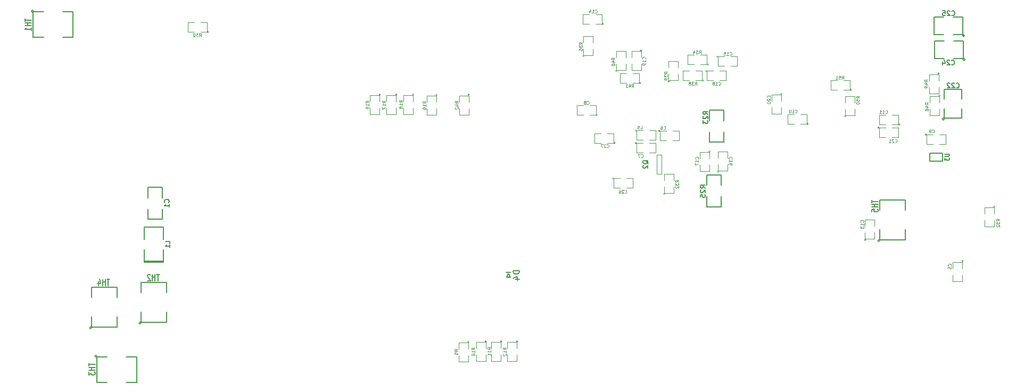
<source format=gbo>
G04 (created by PCBNEW (2013-07-07 BZR 4022)-stable) date 3/22/2014 2:57:10 AM*
%MOIN*%
G04 Gerber Fmt 3.4, Leading zero omitted, Abs format*
%FSLAX34Y34*%
G01*
G70*
G90*
G04 APERTURE LIST*
%ADD10C,0.006*%
%ADD11C,0.0039*%
%ADD12C,0.005*%
%ADD13C,0.0047*%
%ADD14C,0.00590551*%
%ADD15C,0.0043*%
%ADD16C,0.0051*%
G04 APERTURE END LIST*
G54D10*
G54D11*
X67944Y-55635D02*
G75*
G03X67944Y-55635I-50J0D01*
G74*
G01*
X68344Y-55635D02*
X67944Y-55635D01*
X67944Y-55635D02*
X67944Y-56235D01*
X67944Y-56235D02*
X68344Y-56235D01*
X68744Y-56235D02*
X69144Y-56235D01*
X69144Y-56235D02*
X69144Y-55635D01*
X69144Y-55635D02*
X68744Y-55635D01*
X67950Y-56420D02*
G75*
G03X67950Y-56420I-50J0D01*
G74*
G01*
X68350Y-56420D02*
X67950Y-56420D01*
X67950Y-56420D02*
X67950Y-57020D01*
X67950Y-57020D02*
X68350Y-57020D01*
X68750Y-57020D02*
X69150Y-57020D01*
X69150Y-57020D02*
X69150Y-56420D01*
X69150Y-56420D02*
X68750Y-56420D01*
X86100Y-55900D02*
G75*
G03X86100Y-55900I-50J0D01*
G74*
G01*
X86500Y-55900D02*
X86100Y-55900D01*
X86100Y-55900D02*
X86100Y-56500D01*
X86100Y-56500D02*
X86500Y-56500D01*
X86900Y-56500D02*
X87300Y-56500D01*
X87300Y-56500D02*
X87300Y-55900D01*
X87300Y-55900D02*
X86900Y-55900D01*
G54D10*
X86300Y-57050D02*
X87100Y-57050D01*
X87100Y-57050D02*
X87100Y-57550D01*
X87100Y-57550D02*
X86300Y-57550D01*
X86300Y-57550D02*
X86300Y-57050D01*
G54D12*
X72322Y-58418D02*
X73222Y-58418D01*
X73222Y-58418D02*
X73222Y-59068D01*
X72322Y-59768D02*
X72322Y-60418D01*
X72322Y-60418D02*
X73222Y-60418D01*
X73222Y-60418D02*
X73222Y-59768D01*
X72322Y-59068D02*
X72322Y-58418D01*
X72511Y-54363D02*
X73411Y-54363D01*
X73411Y-54363D02*
X73411Y-55013D01*
X72511Y-55713D02*
X72511Y-56363D01*
X72511Y-56363D02*
X73411Y-56363D01*
X73411Y-56363D02*
X73411Y-55713D01*
X72511Y-55013D02*
X72511Y-54363D01*
G54D11*
X65500Y-54670D02*
G75*
G03X65500Y-54670I-50J0D01*
G74*
G01*
X65000Y-54670D02*
X65400Y-54670D01*
X65400Y-54670D02*
X65400Y-54070D01*
X65400Y-54070D02*
X65000Y-54070D01*
X64600Y-54070D02*
X64200Y-54070D01*
X64200Y-54070D02*
X64200Y-54670D01*
X64200Y-54670D02*
X64600Y-54670D01*
X78708Y-55230D02*
G75*
G03X78708Y-55230I-50J0D01*
G74*
G01*
X78208Y-55230D02*
X78608Y-55230D01*
X78608Y-55230D02*
X78608Y-54630D01*
X78608Y-54630D02*
X78208Y-54630D01*
X77808Y-54630D02*
X77408Y-54630D01*
X77408Y-54630D02*
X77408Y-55230D01*
X77408Y-55230D02*
X77808Y-55230D01*
X84430Y-55260D02*
G75*
G03X84430Y-55260I-50J0D01*
G74*
G01*
X83930Y-55260D02*
X84330Y-55260D01*
X84330Y-55260D02*
X84330Y-54660D01*
X84330Y-54660D02*
X83930Y-54660D01*
X83530Y-54660D02*
X83130Y-54660D01*
X83130Y-54660D02*
X83130Y-55260D01*
X83130Y-55260D02*
X83530Y-55260D01*
X69400Y-55651D02*
G75*
G03X69400Y-55651I-50J0D01*
G74*
G01*
X69800Y-55651D02*
X69400Y-55651D01*
X69400Y-55651D02*
X69400Y-56251D01*
X69400Y-56251D02*
X69800Y-56251D01*
X70200Y-56251D02*
X70600Y-56251D01*
X70600Y-56251D02*
X70600Y-55651D01*
X70600Y-55651D02*
X70200Y-55651D01*
G54D13*
X69213Y-57150D02*
X69213Y-58350D01*
X69213Y-58350D02*
X69513Y-58350D01*
X69513Y-58350D02*
X69513Y-57150D01*
X69513Y-57150D02*
X69213Y-57150D01*
G54D12*
X83175Y-62530D02*
G75*
G03X83175Y-62530I-70J0D01*
G74*
G01*
X83155Y-60630D02*
X83155Y-59980D01*
X83155Y-59980D02*
X84755Y-59980D01*
X84755Y-59980D02*
X84755Y-60630D01*
X84755Y-61830D02*
X84755Y-62480D01*
X84755Y-62480D02*
X83155Y-62480D01*
X83155Y-62480D02*
X83155Y-61830D01*
G54D11*
X82295Y-62480D02*
G75*
G03X82295Y-62480I-50J0D01*
G74*
G01*
X82245Y-62030D02*
X82245Y-62430D01*
X82245Y-62430D02*
X82845Y-62430D01*
X82845Y-62430D02*
X82845Y-62030D01*
X82845Y-61630D02*
X82845Y-61230D01*
X82845Y-61230D02*
X82245Y-61230D01*
X82245Y-61230D02*
X82245Y-61630D01*
X69710Y-59600D02*
G75*
G03X69710Y-59600I-50J0D01*
G74*
G01*
X69660Y-59150D02*
X69660Y-59550D01*
X69660Y-59550D02*
X70260Y-59550D01*
X70260Y-59550D02*
X70260Y-59150D01*
X70260Y-58750D02*
X70260Y-58350D01*
X70260Y-58350D02*
X69660Y-58350D01*
X69660Y-58350D02*
X69660Y-58750D01*
G54D12*
X30170Y-48150D02*
G75*
G03X30170Y-48150I-70J0D01*
G74*
G01*
X32000Y-48200D02*
X32650Y-48200D01*
X32650Y-48200D02*
X32650Y-49800D01*
X32650Y-49800D02*
X32000Y-49800D01*
X30800Y-49800D02*
X30150Y-49800D01*
X30150Y-49800D02*
X30150Y-48200D01*
X30150Y-48200D02*
X30800Y-48200D01*
X36920Y-67700D02*
G75*
G03X36920Y-67700I-70J0D01*
G74*
G01*
X36900Y-65800D02*
X36900Y-65150D01*
X36900Y-65150D02*
X38500Y-65150D01*
X38500Y-65150D02*
X38500Y-65800D01*
X38500Y-67000D02*
X38500Y-67650D01*
X38500Y-67650D02*
X36900Y-67650D01*
X36900Y-67650D02*
X36900Y-67000D01*
X34140Y-69760D02*
G75*
G03X34140Y-69760I-70J0D01*
G74*
G01*
X35970Y-69810D02*
X36620Y-69810D01*
X36620Y-69810D02*
X36620Y-71410D01*
X36620Y-71410D02*
X35970Y-71410D01*
X34770Y-71410D02*
X34120Y-71410D01*
X34120Y-71410D02*
X34120Y-69810D01*
X34120Y-69810D02*
X34770Y-69810D01*
X33820Y-68000D02*
G75*
G03X33820Y-68000I-70J0D01*
G74*
G01*
X33800Y-66100D02*
X33800Y-65450D01*
X33800Y-65450D02*
X35400Y-65450D01*
X35400Y-65450D02*
X35400Y-66100D01*
X35400Y-67300D02*
X35400Y-67950D01*
X35400Y-67950D02*
X33800Y-67950D01*
X33800Y-67950D02*
X33800Y-67300D01*
X38300Y-63900D02*
X37100Y-63900D01*
X37100Y-62450D02*
X37100Y-61700D01*
X37100Y-61700D02*
X38300Y-61700D01*
X38300Y-61700D02*
X38300Y-62450D01*
X38300Y-63100D02*
X38300Y-63900D01*
X38300Y-63821D02*
X37100Y-63821D01*
X37100Y-63900D02*
X37100Y-63100D01*
G54D11*
X41130Y-49455D02*
G75*
G03X41130Y-49455I-50J0D01*
G74*
G01*
X40630Y-49455D02*
X41030Y-49455D01*
X41030Y-49455D02*
X41030Y-48855D01*
X41030Y-48855D02*
X40630Y-48855D01*
X40230Y-48855D02*
X39830Y-48855D01*
X39830Y-48855D02*
X39830Y-49455D01*
X39830Y-49455D02*
X40230Y-49455D01*
G54D12*
X38250Y-61200D02*
X37350Y-61200D01*
X37350Y-61200D02*
X37350Y-60550D01*
X38250Y-59850D02*
X38250Y-59200D01*
X38250Y-59200D02*
X37350Y-59200D01*
X37350Y-59200D02*
X37350Y-59850D01*
X38250Y-60550D02*
X38250Y-61200D01*
G54D11*
X73050Y-51000D02*
G75*
G03X73050Y-51000I-50J0D01*
G74*
G01*
X73450Y-51000D02*
X73050Y-51000D01*
X73050Y-51000D02*
X73050Y-51600D01*
X73050Y-51600D02*
X73450Y-51600D01*
X73850Y-51600D02*
X74250Y-51600D01*
X74250Y-51600D02*
X74250Y-51000D01*
X74250Y-51000D02*
X73850Y-51000D01*
X65870Y-48960D02*
G75*
G03X65870Y-48960I-50J0D01*
G74*
G01*
X65370Y-48960D02*
X65770Y-48960D01*
X65770Y-48960D02*
X65770Y-48360D01*
X65770Y-48360D02*
X65370Y-48360D01*
X64970Y-48360D02*
X64570Y-48360D01*
X64570Y-48360D02*
X64570Y-48960D01*
X64570Y-48960D02*
X64970Y-48960D01*
X68270Y-50610D02*
G75*
G03X68270Y-50610I-50J0D01*
G74*
G01*
X68220Y-51060D02*
X68220Y-50660D01*
X68220Y-50660D02*
X67620Y-50660D01*
X67620Y-50660D02*
X67620Y-51060D01*
X67620Y-51460D02*
X67620Y-51860D01*
X67620Y-51860D02*
X68220Y-51860D01*
X68220Y-51860D02*
X68220Y-51460D01*
X73092Y-58210D02*
G75*
G03X73092Y-58210I-50J0D01*
G74*
G01*
X73042Y-57760D02*
X73042Y-58160D01*
X73042Y-58160D02*
X73642Y-58160D01*
X73642Y-58160D02*
X73642Y-57760D01*
X73642Y-57360D02*
X73642Y-56960D01*
X73642Y-56960D02*
X73042Y-56960D01*
X73042Y-56960D02*
X73042Y-57360D01*
X72554Y-56936D02*
G75*
G03X72554Y-56936I-50J0D01*
G74*
G01*
X72504Y-57386D02*
X72504Y-56986D01*
X72504Y-56986D02*
X71904Y-56986D01*
X71904Y-56986D02*
X71904Y-57386D01*
X71904Y-57786D02*
X71904Y-58186D01*
X71904Y-58186D02*
X72504Y-58186D01*
X72504Y-58186D02*
X72504Y-57786D01*
X72350Y-51900D02*
G75*
G03X72350Y-51900I-50J0D01*
G74*
G01*
X72750Y-51900D02*
X72350Y-51900D01*
X72350Y-51900D02*
X72350Y-52500D01*
X72350Y-52500D02*
X72750Y-52500D01*
X73150Y-52500D02*
X73550Y-52500D01*
X73550Y-52500D02*
X73550Y-51900D01*
X73550Y-51900D02*
X73150Y-51900D01*
X86950Y-53450D02*
G75*
G03X86950Y-53450I-50J0D01*
G74*
G01*
X86900Y-53900D02*
X86900Y-53500D01*
X86900Y-53500D02*
X86300Y-53500D01*
X86300Y-53500D02*
X86300Y-53900D01*
X86300Y-54300D02*
X86300Y-54700D01*
X86300Y-54700D02*
X86900Y-54700D01*
X86900Y-54700D02*
X86900Y-54300D01*
X86910Y-52060D02*
G75*
G03X86910Y-52060I-50J0D01*
G74*
G01*
X86860Y-52510D02*
X86860Y-52110D01*
X86860Y-52110D02*
X86260Y-52110D01*
X86260Y-52110D02*
X86260Y-52510D01*
X86260Y-52910D02*
X86260Y-53310D01*
X86260Y-53310D02*
X86860Y-53310D01*
X86860Y-53310D02*
X86860Y-52910D01*
X81400Y-53100D02*
G75*
G03X81400Y-53100I-50J0D01*
G74*
G01*
X80900Y-53100D02*
X81300Y-53100D01*
X81300Y-53100D02*
X81300Y-52500D01*
X81300Y-52500D02*
X80900Y-52500D01*
X80500Y-52500D02*
X80100Y-52500D01*
X80100Y-52500D02*
X80100Y-53100D01*
X80100Y-53100D02*
X80500Y-53100D01*
X81050Y-54750D02*
G75*
G03X81050Y-54750I-50J0D01*
G74*
G01*
X81000Y-54300D02*
X81000Y-54700D01*
X81000Y-54700D02*
X81600Y-54700D01*
X81600Y-54700D02*
X81600Y-54300D01*
X81600Y-53900D02*
X81600Y-53500D01*
X81600Y-53500D02*
X81000Y-53500D01*
X81000Y-53500D02*
X81000Y-53900D01*
X66720Y-51910D02*
G75*
G03X66720Y-51910I-50J0D01*
G74*
G01*
X66670Y-51460D02*
X66670Y-51860D01*
X66670Y-51860D02*
X67270Y-51860D01*
X67270Y-51860D02*
X67270Y-51460D01*
X67270Y-51060D02*
X67270Y-50660D01*
X67270Y-50660D02*
X66670Y-50660D01*
X66670Y-50660D02*
X66670Y-51060D01*
X68200Y-52660D02*
G75*
G03X68200Y-52660I-50J0D01*
G74*
G01*
X67700Y-52660D02*
X68100Y-52660D01*
X68100Y-52660D02*
X68100Y-52060D01*
X68100Y-52060D02*
X67700Y-52060D01*
X67300Y-52060D02*
X66900Y-52060D01*
X66900Y-52060D02*
X66900Y-52660D01*
X66900Y-52660D02*
X67300Y-52660D01*
X70000Y-52550D02*
G75*
G03X70000Y-52550I-50J0D01*
G74*
G01*
X69950Y-52100D02*
X69950Y-52500D01*
X69950Y-52500D02*
X70550Y-52500D01*
X70550Y-52500D02*
X70550Y-52100D01*
X70550Y-51700D02*
X70550Y-51300D01*
X70550Y-51300D02*
X69950Y-51300D01*
X69950Y-51300D02*
X69950Y-51700D01*
X72150Y-52500D02*
G75*
G03X72150Y-52500I-50J0D01*
G74*
G01*
X71650Y-52500D02*
X72050Y-52500D01*
X72050Y-52500D02*
X72050Y-51900D01*
X72050Y-51900D02*
X71650Y-51900D01*
X71250Y-51900D02*
X70850Y-51900D01*
X70850Y-51900D02*
X70850Y-52500D01*
X70850Y-52500D02*
X71250Y-52500D01*
X72450Y-51500D02*
G75*
G03X72450Y-51500I-50J0D01*
G74*
G01*
X71950Y-51500D02*
X72350Y-51500D01*
X72350Y-51500D02*
X72350Y-50900D01*
X72350Y-50900D02*
X71950Y-50900D01*
X71550Y-50900D02*
X71150Y-50900D01*
X71150Y-50900D02*
X71150Y-51500D01*
X71150Y-51500D02*
X71550Y-51500D01*
X64660Y-50970D02*
G75*
G03X64660Y-50970I-50J0D01*
G74*
G01*
X64610Y-50520D02*
X64610Y-50920D01*
X64610Y-50920D02*
X65210Y-50920D01*
X65210Y-50920D02*
X65210Y-50520D01*
X65210Y-50120D02*
X65210Y-49720D01*
X65210Y-49720D02*
X64610Y-49720D01*
X64610Y-49720D02*
X64610Y-50120D01*
G54D14*
X60047Y-64529D02*
X59772Y-64529D01*
X60038Y-64825D02*
X59792Y-64825D01*
X59792Y-64825D02*
X59900Y-64588D01*
X59900Y-64588D02*
X60038Y-64825D01*
X59910Y-64844D02*
X59910Y-64825D01*
G54D11*
X88400Y-63825D02*
G75*
G03X88400Y-63825I-50J0D01*
G74*
G01*
X88350Y-64275D02*
X88350Y-63875D01*
X88350Y-63875D02*
X87750Y-63875D01*
X87750Y-63875D02*
X87750Y-64275D01*
X87750Y-64675D02*
X87750Y-65075D01*
X87750Y-65075D02*
X88350Y-65075D01*
X88350Y-65075D02*
X88350Y-64675D01*
X77050Y-53350D02*
G75*
G03X77050Y-53350I-50J0D01*
G74*
G01*
X77000Y-53800D02*
X77000Y-53400D01*
X77000Y-53400D02*
X76400Y-53400D01*
X76400Y-53400D02*
X76400Y-53800D01*
X76400Y-54200D02*
X76400Y-54600D01*
X76400Y-54600D02*
X77000Y-54600D01*
X77000Y-54600D02*
X77000Y-54200D01*
X83130Y-55460D02*
G75*
G03X83130Y-55460I-50J0D01*
G74*
G01*
X83530Y-55460D02*
X83130Y-55460D01*
X83130Y-55460D02*
X83130Y-56060D01*
X83130Y-56060D02*
X83530Y-56060D01*
X83930Y-56060D02*
X84330Y-56060D01*
X84330Y-56060D02*
X84330Y-55460D01*
X84330Y-55460D02*
X83930Y-55460D01*
X60500Y-68850D02*
G75*
G03X60500Y-68850I-50J0D01*
G74*
G01*
X60450Y-69300D02*
X60450Y-68900D01*
X60450Y-68900D02*
X59850Y-68900D01*
X59850Y-68900D02*
X59850Y-69300D01*
X59850Y-69700D02*
X59850Y-70100D01*
X59850Y-70100D02*
X60450Y-70100D01*
X60450Y-70100D02*
X60450Y-69700D01*
X59500Y-68850D02*
G75*
G03X59500Y-68850I-50J0D01*
G74*
G01*
X59450Y-69300D02*
X59450Y-68900D01*
X59450Y-68900D02*
X58850Y-68900D01*
X58850Y-68900D02*
X58850Y-69300D01*
X58850Y-69700D02*
X58850Y-70100D01*
X58850Y-70100D02*
X59450Y-70100D01*
X59450Y-70100D02*
X59450Y-69700D01*
X58540Y-68850D02*
G75*
G03X58540Y-68850I-50J0D01*
G74*
G01*
X58490Y-69300D02*
X58490Y-68900D01*
X58490Y-68900D02*
X57890Y-68900D01*
X57890Y-68900D02*
X57890Y-69300D01*
X57890Y-69700D02*
X57890Y-70100D01*
X57890Y-70100D02*
X58490Y-70100D01*
X58490Y-70100D02*
X58490Y-69700D01*
X57460Y-68870D02*
G75*
G03X57460Y-68870I-50J0D01*
G74*
G01*
X57410Y-69320D02*
X57410Y-68920D01*
X57410Y-68920D02*
X56810Y-68920D01*
X56810Y-68920D02*
X56810Y-69320D01*
X56810Y-69720D02*
X56810Y-70120D01*
X56810Y-70120D02*
X57410Y-70120D01*
X57410Y-70120D02*
X57410Y-69720D01*
X55460Y-53400D02*
G75*
G03X55460Y-53400I-50J0D01*
G74*
G01*
X55410Y-53850D02*
X55410Y-53450D01*
X55410Y-53450D02*
X54810Y-53450D01*
X54810Y-53450D02*
X54810Y-53850D01*
X54810Y-54250D02*
X54810Y-54650D01*
X54810Y-54650D02*
X55410Y-54650D01*
X55410Y-54650D02*
X55410Y-54250D01*
X52930Y-53380D02*
G75*
G03X52930Y-53380I-50J0D01*
G74*
G01*
X52880Y-53830D02*
X52880Y-53430D01*
X52880Y-53430D02*
X52280Y-53430D01*
X52280Y-53430D02*
X52280Y-53830D01*
X52280Y-54230D02*
X52280Y-54630D01*
X52280Y-54630D02*
X52880Y-54630D01*
X52880Y-54630D02*
X52880Y-54230D01*
X53990Y-53370D02*
G75*
G03X53990Y-53370I-50J0D01*
G74*
G01*
X53940Y-53820D02*
X53940Y-53420D01*
X53940Y-53420D02*
X53340Y-53420D01*
X53340Y-53420D02*
X53340Y-53820D01*
X53340Y-54220D02*
X53340Y-54620D01*
X53340Y-54620D02*
X53940Y-54620D01*
X53940Y-54620D02*
X53940Y-54220D01*
X57470Y-53400D02*
G75*
G03X57470Y-53400I-50J0D01*
G74*
G01*
X57420Y-53850D02*
X57420Y-53450D01*
X57420Y-53450D02*
X56820Y-53450D01*
X56820Y-53450D02*
X56820Y-53850D01*
X56820Y-54250D02*
X56820Y-54650D01*
X56820Y-54650D02*
X57420Y-54650D01*
X57420Y-54650D02*
X57420Y-54250D01*
X51900Y-53380D02*
G75*
G03X51900Y-53380I-50J0D01*
G74*
G01*
X51850Y-53830D02*
X51850Y-53430D01*
X51850Y-53430D02*
X51250Y-53430D01*
X51250Y-53430D02*
X51250Y-53830D01*
X51250Y-54230D02*
X51250Y-54630D01*
X51250Y-54630D02*
X51850Y-54630D01*
X51850Y-54630D02*
X51850Y-54230D01*
X90395Y-60400D02*
G75*
G03X90395Y-60400I-50J0D01*
G74*
G01*
X90345Y-60850D02*
X90345Y-60450D01*
X90345Y-60450D02*
X89745Y-60450D01*
X89745Y-60450D02*
X89745Y-60850D01*
X89745Y-61250D02*
X89745Y-61650D01*
X89745Y-61650D02*
X90345Y-61650D01*
X90345Y-61650D02*
X90345Y-61250D01*
G54D12*
X88490Y-49680D02*
G75*
G03X88490Y-49680I-70J0D01*
G74*
G01*
X87770Y-48530D02*
X88370Y-48530D01*
X88370Y-48530D02*
X88370Y-49630D01*
X88370Y-49630D02*
X87770Y-49630D01*
X87170Y-49630D02*
X86570Y-49630D01*
X86570Y-49630D02*
X86570Y-48530D01*
X86570Y-48530D02*
X87170Y-48530D01*
X88515Y-51180D02*
G75*
G03X88515Y-51180I-70J0D01*
G74*
G01*
X87795Y-50030D02*
X88395Y-50030D01*
X88395Y-50030D02*
X88395Y-51130D01*
X88395Y-51130D02*
X87795Y-51130D01*
X87195Y-51130D02*
X86595Y-51130D01*
X86595Y-51130D02*
X86595Y-50030D01*
X86595Y-50030D02*
X87195Y-50030D01*
X87220Y-54905D02*
G75*
G03X87220Y-54905I-70J0D01*
G74*
G01*
X88300Y-54255D02*
X88300Y-54855D01*
X88300Y-54855D02*
X87200Y-54855D01*
X87200Y-54855D02*
X87200Y-54255D01*
X87200Y-53655D02*
X87200Y-53055D01*
X87200Y-53055D02*
X88300Y-53055D01*
X88300Y-53055D02*
X88300Y-53655D01*
G54D11*
X66510Y-58630D02*
G75*
G03X66510Y-58630I-50J0D01*
G74*
G01*
X66910Y-58630D02*
X66510Y-58630D01*
X66510Y-58630D02*
X66510Y-59230D01*
X66510Y-59230D02*
X66910Y-59230D01*
X67310Y-59230D02*
X67710Y-59230D01*
X67710Y-59230D02*
X67710Y-58630D01*
X67710Y-58630D02*
X67310Y-58630D01*
X66610Y-56420D02*
G75*
G03X66610Y-56420I-50J0D01*
G74*
G01*
X66110Y-56420D02*
X66510Y-56420D01*
X66510Y-56420D02*
X66510Y-55820D01*
X66510Y-55820D02*
X66110Y-55820D01*
X65710Y-55820D02*
X65310Y-55820D01*
X65310Y-55820D02*
X65310Y-56420D01*
X65310Y-56420D02*
X65710Y-56420D01*
G54D15*
X68172Y-55534D02*
X68266Y-55534D01*
X68266Y-55337D01*
X68013Y-55337D02*
X68107Y-55337D01*
X68116Y-55431D01*
X68107Y-55422D01*
X68088Y-55412D01*
X68041Y-55412D01*
X68022Y-55422D01*
X68013Y-55431D01*
X68003Y-55450D01*
X68003Y-55497D01*
X68013Y-55515D01*
X68022Y-55525D01*
X68041Y-55534D01*
X68088Y-55534D01*
X68107Y-55525D01*
X68116Y-55515D01*
X68222Y-57300D02*
X68232Y-57310D01*
X68260Y-57319D01*
X68279Y-57319D01*
X68307Y-57310D01*
X68326Y-57291D01*
X68335Y-57272D01*
X68344Y-57235D01*
X68344Y-57207D01*
X68335Y-57169D01*
X68326Y-57150D01*
X68307Y-57132D01*
X68279Y-57122D01*
X68260Y-57122D01*
X68232Y-57132D01*
X68222Y-57141D01*
X68157Y-57122D02*
X68025Y-57122D01*
X68110Y-57319D01*
X86452Y-55750D02*
X86462Y-55760D01*
X86490Y-55769D01*
X86509Y-55769D01*
X86537Y-55760D01*
X86556Y-55741D01*
X86565Y-55722D01*
X86574Y-55685D01*
X86574Y-55657D01*
X86565Y-55619D01*
X86556Y-55600D01*
X86537Y-55582D01*
X86509Y-55572D01*
X86490Y-55572D01*
X86462Y-55582D01*
X86452Y-55591D01*
X86359Y-55769D02*
X86321Y-55769D01*
X86302Y-55760D01*
X86293Y-55750D01*
X86274Y-55722D01*
X86265Y-55685D01*
X86265Y-55610D01*
X86274Y-55591D01*
X86283Y-55582D01*
X86302Y-55572D01*
X86340Y-55572D01*
X86359Y-55582D01*
X86368Y-55591D01*
X86377Y-55610D01*
X86377Y-55657D01*
X86368Y-55675D01*
X86359Y-55685D01*
X86340Y-55694D01*
X86302Y-55694D01*
X86283Y-55685D01*
X86274Y-55675D01*
X86265Y-55657D01*
G54D12*
X87221Y-57104D02*
X87464Y-57104D01*
X87492Y-57116D01*
X87507Y-57128D01*
X87521Y-57152D01*
X87521Y-57199D01*
X87507Y-57223D01*
X87492Y-57235D01*
X87464Y-57247D01*
X87221Y-57247D01*
X87221Y-57342D02*
X87221Y-57497D01*
X87335Y-57414D01*
X87335Y-57449D01*
X87350Y-57473D01*
X87364Y-57485D01*
X87392Y-57497D01*
X87464Y-57497D01*
X87492Y-57485D01*
X87507Y-57473D01*
X87521Y-57449D01*
X87521Y-57378D01*
X87507Y-57354D01*
X87492Y-57342D01*
X72236Y-59237D02*
X72093Y-59137D01*
X72236Y-59065D02*
X71936Y-59065D01*
X71936Y-59180D01*
X71950Y-59208D01*
X71965Y-59222D01*
X71993Y-59237D01*
X72036Y-59237D01*
X72065Y-59222D01*
X72079Y-59208D01*
X72093Y-59180D01*
X72093Y-59065D01*
X71965Y-59351D02*
X71950Y-59365D01*
X71936Y-59394D01*
X71936Y-59465D01*
X71950Y-59494D01*
X71965Y-59508D01*
X71993Y-59522D01*
X72022Y-59522D01*
X72065Y-59508D01*
X72236Y-59337D01*
X72236Y-59522D01*
X71936Y-59794D02*
X71936Y-59651D01*
X72079Y-59637D01*
X72065Y-59651D01*
X72050Y-59680D01*
X72050Y-59751D01*
X72065Y-59780D01*
X72079Y-59794D01*
X72107Y-59808D01*
X72179Y-59808D01*
X72207Y-59794D01*
X72222Y-59780D01*
X72236Y-59751D01*
X72236Y-59680D01*
X72222Y-59651D01*
X72207Y-59637D01*
X72396Y-54617D02*
X72253Y-54517D01*
X72396Y-54445D02*
X72096Y-54445D01*
X72096Y-54560D01*
X72110Y-54588D01*
X72125Y-54602D01*
X72153Y-54617D01*
X72196Y-54617D01*
X72225Y-54602D01*
X72239Y-54588D01*
X72253Y-54560D01*
X72253Y-54445D01*
X72125Y-54731D02*
X72110Y-54745D01*
X72096Y-54774D01*
X72096Y-54845D01*
X72110Y-54874D01*
X72125Y-54888D01*
X72153Y-54902D01*
X72182Y-54902D01*
X72225Y-54888D01*
X72396Y-54717D01*
X72396Y-54902D01*
X72096Y-55002D02*
X72096Y-55188D01*
X72210Y-55088D01*
X72210Y-55131D01*
X72225Y-55160D01*
X72239Y-55174D01*
X72267Y-55188D01*
X72339Y-55188D01*
X72367Y-55174D01*
X72382Y-55160D01*
X72396Y-55131D01*
X72396Y-55045D01*
X72382Y-55017D01*
X72367Y-55002D01*
G54D15*
X64832Y-53970D02*
X64842Y-53980D01*
X64870Y-53989D01*
X64889Y-53989D01*
X64917Y-53980D01*
X64936Y-53961D01*
X64945Y-53942D01*
X64954Y-53905D01*
X64954Y-53877D01*
X64945Y-53839D01*
X64936Y-53820D01*
X64917Y-53802D01*
X64889Y-53792D01*
X64870Y-53792D01*
X64842Y-53802D01*
X64832Y-53811D01*
X64720Y-53877D02*
X64739Y-53867D01*
X64748Y-53858D01*
X64757Y-53839D01*
X64757Y-53830D01*
X64748Y-53811D01*
X64739Y-53802D01*
X64720Y-53792D01*
X64682Y-53792D01*
X64663Y-53802D01*
X64654Y-53811D01*
X64645Y-53830D01*
X64645Y-53839D01*
X64654Y-53858D01*
X64663Y-53867D01*
X64682Y-53877D01*
X64720Y-53877D01*
X64739Y-53886D01*
X64748Y-53895D01*
X64757Y-53914D01*
X64757Y-53952D01*
X64748Y-53970D01*
X64739Y-53980D01*
X64720Y-53989D01*
X64682Y-53989D01*
X64663Y-53980D01*
X64654Y-53970D01*
X64645Y-53952D01*
X64645Y-53914D01*
X64654Y-53895D01*
X64663Y-53886D01*
X64682Y-53877D01*
X77861Y-54505D02*
X77871Y-54515D01*
X77899Y-54524D01*
X77917Y-54524D01*
X77946Y-54515D01*
X77964Y-54496D01*
X77974Y-54477D01*
X77983Y-54440D01*
X77983Y-54412D01*
X77974Y-54374D01*
X77964Y-54355D01*
X77946Y-54337D01*
X77917Y-54327D01*
X77899Y-54327D01*
X77871Y-54337D01*
X77861Y-54346D01*
X77674Y-54524D02*
X77786Y-54524D01*
X77730Y-54524D02*
X77730Y-54327D01*
X77749Y-54355D01*
X77767Y-54374D01*
X77786Y-54384D01*
X77552Y-54327D02*
X77533Y-54327D01*
X77514Y-54337D01*
X77505Y-54346D01*
X77495Y-54365D01*
X77486Y-54402D01*
X77486Y-54449D01*
X77495Y-54487D01*
X77505Y-54505D01*
X77514Y-54515D01*
X77533Y-54524D01*
X77552Y-54524D01*
X77570Y-54515D01*
X77580Y-54505D01*
X77589Y-54487D01*
X77598Y-54449D01*
X77598Y-54402D01*
X77589Y-54365D01*
X77580Y-54346D01*
X77570Y-54337D01*
X77552Y-54327D01*
X83526Y-54545D02*
X83536Y-54555D01*
X83564Y-54564D01*
X83582Y-54564D01*
X83611Y-54555D01*
X83629Y-54536D01*
X83639Y-54517D01*
X83648Y-54480D01*
X83648Y-54452D01*
X83639Y-54414D01*
X83629Y-54395D01*
X83611Y-54377D01*
X83582Y-54367D01*
X83564Y-54367D01*
X83536Y-54377D01*
X83526Y-54386D01*
X83339Y-54564D02*
X83451Y-54564D01*
X83395Y-54564D02*
X83395Y-54367D01*
X83414Y-54395D01*
X83432Y-54414D01*
X83451Y-54424D01*
X83151Y-54564D02*
X83263Y-54564D01*
X83207Y-54564D02*
X83207Y-54367D01*
X83226Y-54395D01*
X83245Y-54414D01*
X83263Y-54424D01*
X69627Y-55545D02*
X69637Y-55555D01*
X69665Y-55564D01*
X69684Y-55564D01*
X69712Y-55555D01*
X69731Y-55536D01*
X69740Y-55517D01*
X69749Y-55480D01*
X69749Y-55452D01*
X69740Y-55414D01*
X69731Y-55395D01*
X69712Y-55377D01*
X69684Y-55367D01*
X69665Y-55367D01*
X69637Y-55377D01*
X69627Y-55386D01*
X69458Y-55367D02*
X69496Y-55367D01*
X69515Y-55377D01*
X69524Y-55386D01*
X69543Y-55414D01*
X69552Y-55452D01*
X69552Y-55527D01*
X69543Y-55545D01*
X69534Y-55555D01*
X69515Y-55564D01*
X69477Y-55564D01*
X69458Y-55555D01*
X69449Y-55545D01*
X69440Y-55527D01*
X69440Y-55480D01*
X69449Y-55461D01*
X69458Y-55452D01*
X69477Y-55442D01*
X69515Y-55442D01*
X69534Y-55452D01*
X69543Y-55461D01*
X69552Y-55480D01*
G54D16*
X68663Y-57721D02*
X68648Y-57692D01*
X68620Y-57664D01*
X68577Y-57621D01*
X68563Y-57592D01*
X68563Y-57564D01*
X68634Y-57578D02*
X68620Y-57550D01*
X68591Y-57521D01*
X68534Y-57507D01*
X68434Y-57507D01*
X68377Y-57521D01*
X68348Y-57550D01*
X68334Y-57578D01*
X68334Y-57635D01*
X68348Y-57664D01*
X68377Y-57692D01*
X68434Y-57707D01*
X68534Y-57707D01*
X68591Y-57692D01*
X68620Y-57664D01*
X68634Y-57635D01*
X68634Y-57578D01*
X68363Y-57821D02*
X68348Y-57835D01*
X68334Y-57864D01*
X68334Y-57935D01*
X68348Y-57964D01*
X68363Y-57978D01*
X68391Y-57992D01*
X68420Y-57992D01*
X68463Y-57978D01*
X68634Y-57807D01*
X68634Y-57992D01*
G54D12*
X82656Y-59989D02*
X82656Y-60160D01*
X83056Y-60075D02*
X82656Y-60075D01*
X83056Y-60260D02*
X82656Y-60260D01*
X82847Y-60260D02*
X82847Y-60432D01*
X83056Y-60432D02*
X82656Y-60432D01*
X82656Y-60717D02*
X82656Y-60575D01*
X82847Y-60560D01*
X82828Y-60575D01*
X82809Y-60603D01*
X82809Y-60675D01*
X82828Y-60703D01*
X82847Y-60717D01*
X82885Y-60732D01*
X82980Y-60732D01*
X83018Y-60717D01*
X83037Y-60703D01*
X83056Y-60675D01*
X83056Y-60603D01*
X83037Y-60575D01*
X83018Y-60560D01*
G54D15*
X82135Y-61373D02*
X82145Y-61363D01*
X82154Y-61335D01*
X82154Y-61317D01*
X82145Y-61288D01*
X82126Y-61270D01*
X82107Y-61260D01*
X82070Y-61251D01*
X82042Y-61251D01*
X82004Y-61260D01*
X81985Y-61270D01*
X81967Y-61288D01*
X81957Y-61317D01*
X81957Y-61335D01*
X81967Y-61363D01*
X81976Y-61373D01*
X82154Y-61560D02*
X82154Y-61448D01*
X82154Y-61504D02*
X81957Y-61504D01*
X81985Y-61485D01*
X82004Y-61467D01*
X82014Y-61448D01*
X81957Y-61626D02*
X81957Y-61748D01*
X82032Y-61682D01*
X82032Y-61711D01*
X82042Y-61729D01*
X82051Y-61739D01*
X82070Y-61748D01*
X82117Y-61748D01*
X82135Y-61739D01*
X82145Y-61729D01*
X82154Y-61711D01*
X82154Y-61654D01*
X82145Y-61636D01*
X82135Y-61626D01*
X70554Y-58863D02*
X70460Y-58797D01*
X70554Y-58750D02*
X70357Y-58750D01*
X70357Y-58825D01*
X70367Y-58844D01*
X70376Y-58853D01*
X70395Y-58863D01*
X70423Y-58863D01*
X70442Y-58853D01*
X70451Y-58844D01*
X70460Y-58825D01*
X70460Y-58750D01*
X70357Y-58929D02*
X70357Y-59050D01*
X70432Y-58985D01*
X70432Y-59013D01*
X70442Y-59032D01*
X70451Y-59041D01*
X70470Y-59050D01*
X70517Y-59050D01*
X70535Y-59041D01*
X70545Y-59032D01*
X70554Y-59013D01*
X70554Y-58957D01*
X70545Y-58938D01*
X70535Y-58929D01*
X70376Y-59126D02*
X70367Y-59135D01*
X70357Y-59154D01*
X70357Y-59201D01*
X70367Y-59219D01*
X70376Y-59229D01*
X70395Y-59238D01*
X70414Y-59238D01*
X70442Y-59229D01*
X70554Y-59116D01*
X70554Y-59238D01*
G54D12*
X29621Y-48624D02*
X29621Y-48795D01*
X30021Y-48710D02*
X29621Y-48710D01*
X30021Y-48895D02*
X29621Y-48895D01*
X29812Y-48895D02*
X29812Y-49067D01*
X30021Y-49067D02*
X29621Y-49067D01*
X30021Y-49367D02*
X30021Y-49195D01*
X30021Y-49281D02*
X29621Y-49281D01*
X29679Y-49252D01*
X29717Y-49224D01*
X29736Y-49195D01*
X38055Y-64641D02*
X37884Y-64641D01*
X37969Y-65041D02*
X37969Y-64641D01*
X37784Y-65041D02*
X37784Y-64641D01*
X37784Y-64832D02*
X37612Y-64832D01*
X37612Y-65041D02*
X37612Y-64641D01*
X37484Y-64680D02*
X37469Y-64660D01*
X37441Y-64641D01*
X37369Y-64641D01*
X37341Y-64660D01*
X37327Y-64680D01*
X37312Y-64718D01*
X37312Y-64756D01*
X37327Y-64813D01*
X37498Y-65041D01*
X37312Y-65041D01*
X33621Y-70204D02*
X33621Y-70375D01*
X34021Y-70290D02*
X33621Y-70290D01*
X34021Y-70475D02*
X33621Y-70475D01*
X33812Y-70475D02*
X33812Y-70647D01*
X34021Y-70647D02*
X33621Y-70647D01*
X33621Y-70761D02*
X33621Y-70947D01*
X33774Y-70847D01*
X33774Y-70890D01*
X33793Y-70918D01*
X33812Y-70932D01*
X33850Y-70947D01*
X33945Y-70947D01*
X33983Y-70932D01*
X34002Y-70918D01*
X34021Y-70890D01*
X34021Y-70804D01*
X34002Y-70775D01*
X33983Y-70761D01*
X34935Y-64941D02*
X34764Y-64941D01*
X34849Y-65341D02*
X34849Y-64941D01*
X34664Y-65341D02*
X34664Y-64941D01*
X34664Y-65132D02*
X34492Y-65132D01*
X34492Y-65341D02*
X34492Y-64941D01*
X34221Y-65075D02*
X34221Y-65341D01*
X34292Y-64922D02*
X34364Y-65208D01*
X34178Y-65208D01*
X38706Y-62719D02*
X38706Y-62587D01*
X38430Y-62587D01*
X38706Y-62955D02*
X38706Y-62797D01*
X38706Y-62876D02*
X38430Y-62876D01*
X38470Y-62850D01*
X38496Y-62824D01*
X38509Y-62797D01*
G54D15*
X40541Y-49739D02*
X40607Y-49645D01*
X40654Y-49739D02*
X40654Y-49542D01*
X40579Y-49542D01*
X40560Y-49552D01*
X40551Y-49561D01*
X40541Y-49580D01*
X40541Y-49608D01*
X40551Y-49627D01*
X40560Y-49636D01*
X40579Y-49645D01*
X40654Y-49645D01*
X40475Y-49542D02*
X40354Y-49542D01*
X40419Y-49617D01*
X40391Y-49617D01*
X40372Y-49627D01*
X40363Y-49636D01*
X40354Y-49655D01*
X40354Y-49702D01*
X40363Y-49720D01*
X40372Y-49730D01*
X40391Y-49739D01*
X40447Y-49739D01*
X40466Y-49730D01*
X40475Y-49720D01*
X40232Y-49542D02*
X40213Y-49542D01*
X40194Y-49552D01*
X40185Y-49561D01*
X40175Y-49580D01*
X40166Y-49617D01*
X40166Y-49664D01*
X40175Y-49702D01*
X40185Y-49720D01*
X40194Y-49730D01*
X40213Y-49739D01*
X40232Y-49739D01*
X40250Y-49730D01*
X40260Y-49720D01*
X40269Y-49702D01*
X40278Y-49664D01*
X40278Y-49617D01*
X40269Y-49580D01*
X40260Y-49561D01*
X40250Y-49552D01*
X40232Y-49542D01*
G54D12*
X38637Y-60140D02*
X38652Y-60125D01*
X38666Y-60082D01*
X38666Y-60054D01*
X38652Y-60011D01*
X38623Y-59982D01*
X38595Y-59968D01*
X38537Y-59954D01*
X38495Y-59954D01*
X38437Y-59968D01*
X38409Y-59982D01*
X38380Y-60011D01*
X38366Y-60054D01*
X38366Y-60082D01*
X38380Y-60125D01*
X38395Y-60140D01*
X38666Y-60425D02*
X38666Y-60254D01*
X38666Y-60340D02*
X38366Y-60340D01*
X38409Y-60311D01*
X38437Y-60282D01*
X38452Y-60254D01*
G54D15*
X73771Y-50890D02*
X73781Y-50900D01*
X73809Y-50909D01*
X73827Y-50909D01*
X73856Y-50900D01*
X73874Y-50881D01*
X73884Y-50862D01*
X73893Y-50825D01*
X73893Y-50797D01*
X73884Y-50759D01*
X73874Y-50740D01*
X73856Y-50722D01*
X73827Y-50712D01*
X73809Y-50712D01*
X73781Y-50722D01*
X73771Y-50731D01*
X73584Y-50909D02*
X73696Y-50909D01*
X73640Y-50909D02*
X73640Y-50712D01*
X73659Y-50740D01*
X73677Y-50759D01*
X73696Y-50769D01*
X73405Y-50712D02*
X73499Y-50712D01*
X73508Y-50806D01*
X73499Y-50797D01*
X73480Y-50787D01*
X73433Y-50787D01*
X73415Y-50797D01*
X73405Y-50806D01*
X73396Y-50825D01*
X73396Y-50872D01*
X73405Y-50890D01*
X73415Y-50900D01*
X73433Y-50909D01*
X73480Y-50909D01*
X73499Y-50900D01*
X73508Y-50890D01*
X65336Y-48245D02*
X65346Y-48255D01*
X65374Y-48264D01*
X65392Y-48264D01*
X65421Y-48255D01*
X65439Y-48236D01*
X65449Y-48217D01*
X65458Y-48180D01*
X65458Y-48152D01*
X65449Y-48114D01*
X65439Y-48095D01*
X65421Y-48077D01*
X65392Y-48067D01*
X65374Y-48067D01*
X65346Y-48077D01*
X65336Y-48086D01*
X65149Y-48264D02*
X65261Y-48264D01*
X65205Y-48264D02*
X65205Y-48067D01*
X65224Y-48095D01*
X65242Y-48114D01*
X65261Y-48124D01*
X64980Y-48133D02*
X64980Y-48264D01*
X65027Y-48058D02*
X65073Y-48199D01*
X64952Y-48199D01*
X68475Y-51148D02*
X68485Y-51138D01*
X68494Y-51110D01*
X68494Y-51092D01*
X68485Y-51063D01*
X68466Y-51045D01*
X68447Y-51035D01*
X68410Y-51026D01*
X68382Y-51026D01*
X68344Y-51035D01*
X68325Y-51045D01*
X68307Y-51063D01*
X68297Y-51092D01*
X68297Y-51110D01*
X68307Y-51138D01*
X68316Y-51148D01*
X68494Y-51335D02*
X68494Y-51223D01*
X68494Y-51279D02*
X68297Y-51279D01*
X68325Y-51260D01*
X68344Y-51242D01*
X68354Y-51223D01*
X68494Y-51429D02*
X68494Y-51467D01*
X68485Y-51486D01*
X68475Y-51495D01*
X68447Y-51514D01*
X68410Y-51523D01*
X68335Y-51523D01*
X68316Y-51514D01*
X68307Y-51504D01*
X68297Y-51486D01*
X68297Y-51448D01*
X68307Y-51429D01*
X68316Y-51420D01*
X68335Y-51411D01*
X68382Y-51411D01*
X68400Y-51420D01*
X68410Y-51429D01*
X68419Y-51448D01*
X68419Y-51486D01*
X68410Y-51504D01*
X68400Y-51514D01*
X68382Y-51523D01*
X73895Y-57413D02*
X73905Y-57403D01*
X73914Y-57375D01*
X73914Y-57357D01*
X73905Y-57328D01*
X73886Y-57310D01*
X73867Y-57300D01*
X73830Y-57291D01*
X73802Y-57291D01*
X73764Y-57300D01*
X73745Y-57310D01*
X73727Y-57328D01*
X73717Y-57357D01*
X73717Y-57375D01*
X73727Y-57403D01*
X73736Y-57413D01*
X73914Y-57600D02*
X73914Y-57488D01*
X73914Y-57544D02*
X73717Y-57544D01*
X73745Y-57525D01*
X73764Y-57507D01*
X73774Y-57488D01*
X73717Y-57769D02*
X73717Y-57732D01*
X73727Y-57713D01*
X73736Y-57704D01*
X73764Y-57685D01*
X73802Y-57676D01*
X73877Y-57676D01*
X73895Y-57685D01*
X73905Y-57694D01*
X73914Y-57713D01*
X73914Y-57751D01*
X73905Y-57769D01*
X73895Y-57779D01*
X73877Y-57788D01*
X73830Y-57788D01*
X73811Y-57779D01*
X73802Y-57769D01*
X73792Y-57751D01*
X73792Y-57713D01*
X73802Y-57694D01*
X73811Y-57685D01*
X73830Y-57676D01*
X71790Y-57408D02*
X71800Y-57398D01*
X71809Y-57370D01*
X71809Y-57352D01*
X71800Y-57323D01*
X71781Y-57305D01*
X71762Y-57295D01*
X71725Y-57286D01*
X71697Y-57286D01*
X71659Y-57295D01*
X71640Y-57305D01*
X71622Y-57323D01*
X71612Y-57352D01*
X71612Y-57370D01*
X71622Y-57398D01*
X71631Y-57408D01*
X71809Y-57595D02*
X71809Y-57483D01*
X71809Y-57539D02*
X71612Y-57539D01*
X71640Y-57520D01*
X71659Y-57502D01*
X71669Y-57483D01*
X71612Y-57661D02*
X71612Y-57792D01*
X71809Y-57708D01*
X73066Y-52760D02*
X73076Y-52770D01*
X73104Y-52779D01*
X73122Y-52779D01*
X73151Y-52770D01*
X73169Y-52751D01*
X73179Y-52732D01*
X73188Y-52695D01*
X73188Y-52667D01*
X73179Y-52629D01*
X73169Y-52610D01*
X73151Y-52592D01*
X73122Y-52582D01*
X73104Y-52582D01*
X73076Y-52592D01*
X73066Y-52601D01*
X72879Y-52779D02*
X72991Y-52779D01*
X72935Y-52779D02*
X72935Y-52582D01*
X72954Y-52610D01*
X72972Y-52629D01*
X72991Y-52639D01*
X72766Y-52667D02*
X72785Y-52657D01*
X72794Y-52648D01*
X72803Y-52629D01*
X72803Y-52620D01*
X72794Y-52601D01*
X72785Y-52592D01*
X72766Y-52582D01*
X72728Y-52582D01*
X72710Y-52592D01*
X72700Y-52601D01*
X72691Y-52620D01*
X72691Y-52629D01*
X72700Y-52648D01*
X72710Y-52657D01*
X72728Y-52667D01*
X72766Y-52667D01*
X72785Y-52676D01*
X72794Y-52685D01*
X72803Y-52704D01*
X72803Y-52742D01*
X72794Y-52760D01*
X72785Y-52770D01*
X72766Y-52779D01*
X72728Y-52779D01*
X72710Y-52770D01*
X72700Y-52760D01*
X72691Y-52742D01*
X72691Y-52704D01*
X72700Y-52685D01*
X72710Y-52676D01*
X72728Y-52667D01*
X86214Y-54013D02*
X86120Y-53947D01*
X86214Y-53900D02*
X86017Y-53900D01*
X86017Y-53975D01*
X86027Y-53994D01*
X86036Y-54003D01*
X86055Y-54013D01*
X86083Y-54013D01*
X86102Y-54003D01*
X86111Y-53994D01*
X86120Y-53975D01*
X86120Y-53900D01*
X86083Y-54182D02*
X86214Y-54182D01*
X86008Y-54135D02*
X86149Y-54088D01*
X86149Y-54210D01*
X86102Y-54313D02*
X86092Y-54294D01*
X86083Y-54285D01*
X86064Y-54276D01*
X86055Y-54276D01*
X86036Y-54285D01*
X86027Y-54294D01*
X86017Y-54313D01*
X86017Y-54351D01*
X86027Y-54369D01*
X86036Y-54379D01*
X86055Y-54388D01*
X86064Y-54388D01*
X86083Y-54379D01*
X86092Y-54369D01*
X86102Y-54351D01*
X86102Y-54313D01*
X86111Y-54294D01*
X86120Y-54285D01*
X86139Y-54276D01*
X86177Y-54276D01*
X86195Y-54285D01*
X86205Y-54294D01*
X86214Y-54313D01*
X86214Y-54351D01*
X86205Y-54369D01*
X86195Y-54379D01*
X86177Y-54388D01*
X86139Y-54388D01*
X86120Y-54379D01*
X86111Y-54369D01*
X86102Y-54351D01*
X86159Y-52578D02*
X86065Y-52512D01*
X86159Y-52465D02*
X85962Y-52465D01*
X85962Y-52540D01*
X85972Y-52559D01*
X85981Y-52568D01*
X86000Y-52578D01*
X86028Y-52578D01*
X86047Y-52568D01*
X86056Y-52559D01*
X86065Y-52540D01*
X86065Y-52465D01*
X86028Y-52747D02*
X86159Y-52747D01*
X85953Y-52700D02*
X86094Y-52653D01*
X86094Y-52775D01*
X86159Y-52859D02*
X86159Y-52897D01*
X86150Y-52916D01*
X86140Y-52925D01*
X86112Y-52944D01*
X86075Y-52953D01*
X86000Y-52953D01*
X85981Y-52944D01*
X85972Y-52934D01*
X85962Y-52916D01*
X85962Y-52878D01*
X85972Y-52859D01*
X85981Y-52850D01*
X86000Y-52841D01*
X86047Y-52841D01*
X86065Y-52850D01*
X86075Y-52859D01*
X86084Y-52878D01*
X86084Y-52916D01*
X86075Y-52934D01*
X86065Y-52944D01*
X86047Y-52953D01*
X80781Y-52409D02*
X80847Y-52315D01*
X80894Y-52409D02*
X80894Y-52212D01*
X80819Y-52212D01*
X80800Y-52222D01*
X80791Y-52231D01*
X80781Y-52250D01*
X80781Y-52278D01*
X80791Y-52297D01*
X80800Y-52306D01*
X80819Y-52315D01*
X80894Y-52315D01*
X80603Y-52212D02*
X80697Y-52212D01*
X80706Y-52306D01*
X80697Y-52297D01*
X80678Y-52287D01*
X80631Y-52287D01*
X80612Y-52297D01*
X80603Y-52306D01*
X80594Y-52325D01*
X80594Y-52372D01*
X80603Y-52390D01*
X80612Y-52400D01*
X80631Y-52409D01*
X80678Y-52409D01*
X80697Y-52400D01*
X80706Y-52390D01*
X80406Y-52409D02*
X80518Y-52409D01*
X80462Y-52409D02*
X80462Y-52212D01*
X80481Y-52240D01*
X80500Y-52259D01*
X80518Y-52269D01*
X81889Y-53603D02*
X81795Y-53537D01*
X81889Y-53490D02*
X81692Y-53490D01*
X81692Y-53565D01*
X81702Y-53584D01*
X81711Y-53593D01*
X81730Y-53603D01*
X81758Y-53603D01*
X81777Y-53593D01*
X81786Y-53584D01*
X81795Y-53565D01*
X81795Y-53490D01*
X81692Y-53781D02*
X81692Y-53687D01*
X81786Y-53678D01*
X81777Y-53687D01*
X81767Y-53706D01*
X81767Y-53753D01*
X81777Y-53772D01*
X81786Y-53781D01*
X81805Y-53790D01*
X81852Y-53790D01*
X81870Y-53781D01*
X81880Y-53772D01*
X81889Y-53753D01*
X81889Y-53706D01*
X81880Y-53687D01*
X81870Y-53678D01*
X81692Y-53912D02*
X81692Y-53931D01*
X81702Y-53950D01*
X81711Y-53959D01*
X81730Y-53969D01*
X81767Y-53978D01*
X81814Y-53978D01*
X81852Y-53969D01*
X81870Y-53959D01*
X81880Y-53950D01*
X81889Y-53931D01*
X81889Y-53912D01*
X81880Y-53894D01*
X81870Y-53884D01*
X81852Y-53875D01*
X81814Y-53866D01*
X81767Y-53866D01*
X81730Y-53875D01*
X81711Y-53884D01*
X81702Y-53894D01*
X81692Y-53912D01*
X66569Y-51193D02*
X66475Y-51127D01*
X66569Y-51080D02*
X66372Y-51080D01*
X66372Y-51155D01*
X66382Y-51174D01*
X66391Y-51183D01*
X66410Y-51193D01*
X66438Y-51193D01*
X66457Y-51183D01*
X66466Y-51174D01*
X66475Y-51155D01*
X66475Y-51080D01*
X66438Y-51362D02*
X66569Y-51362D01*
X66363Y-51315D02*
X66504Y-51268D01*
X66504Y-51390D01*
X66372Y-51502D02*
X66372Y-51521D01*
X66382Y-51540D01*
X66391Y-51549D01*
X66410Y-51559D01*
X66447Y-51568D01*
X66494Y-51568D01*
X66532Y-51559D01*
X66550Y-51549D01*
X66560Y-51540D01*
X66569Y-51521D01*
X66569Y-51502D01*
X66560Y-51484D01*
X66550Y-51474D01*
X66532Y-51465D01*
X66494Y-51456D01*
X66447Y-51456D01*
X66410Y-51465D01*
X66391Y-51474D01*
X66382Y-51484D01*
X66372Y-51502D01*
X67631Y-52919D02*
X67697Y-52825D01*
X67744Y-52919D02*
X67744Y-52722D01*
X67669Y-52722D01*
X67650Y-52732D01*
X67641Y-52741D01*
X67631Y-52760D01*
X67631Y-52788D01*
X67641Y-52807D01*
X67650Y-52816D01*
X67669Y-52825D01*
X67744Y-52825D01*
X67462Y-52788D02*
X67462Y-52919D01*
X67509Y-52713D02*
X67556Y-52854D01*
X67434Y-52854D01*
X67256Y-52919D02*
X67368Y-52919D01*
X67312Y-52919D02*
X67312Y-52722D01*
X67331Y-52750D01*
X67350Y-52769D01*
X67368Y-52779D01*
X69854Y-52083D02*
X69760Y-52017D01*
X69854Y-51970D02*
X69657Y-51970D01*
X69657Y-52045D01*
X69667Y-52064D01*
X69676Y-52073D01*
X69695Y-52083D01*
X69723Y-52083D01*
X69742Y-52073D01*
X69751Y-52064D01*
X69760Y-52045D01*
X69760Y-51970D01*
X69657Y-52149D02*
X69657Y-52270D01*
X69732Y-52205D01*
X69732Y-52233D01*
X69742Y-52252D01*
X69751Y-52261D01*
X69770Y-52270D01*
X69817Y-52270D01*
X69835Y-52261D01*
X69845Y-52252D01*
X69854Y-52233D01*
X69854Y-52177D01*
X69845Y-52158D01*
X69835Y-52149D01*
X69854Y-52364D02*
X69854Y-52402D01*
X69845Y-52421D01*
X69835Y-52430D01*
X69807Y-52449D01*
X69770Y-52458D01*
X69695Y-52458D01*
X69676Y-52449D01*
X69667Y-52439D01*
X69657Y-52421D01*
X69657Y-52383D01*
X69667Y-52364D01*
X69676Y-52355D01*
X69695Y-52346D01*
X69742Y-52346D01*
X69760Y-52355D01*
X69770Y-52364D01*
X69779Y-52383D01*
X69779Y-52421D01*
X69770Y-52439D01*
X69760Y-52449D01*
X69742Y-52458D01*
X71586Y-52794D02*
X71652Y-52700D01*
X71699Y-52794D02*
X71699Y-52597D01*
X71624Y-52597D01*
X71605Y-52607D01*
X71596Y-52616D01*
X71586Y-52635D01*
X71586Y-52663D01*
X71596Y-52682D01*
X71605Y-52691D01*
X71624Y-52700D01*
X71699Y-52700D01*
X71520Y-52597D02*
X71399Y-52597D01*
X71464Y-52672D01*
X71436Y-52672D01*
X71417Y-52682D01*
X71408Y-52691D01*
X71399Y-52710D01*
X71399Y-52757D01*
X71408Y-52775D01*
X71417Y-52785D01*
X71436Y-52794D01*
X71492Y-52794D01*
X71511Y-52785D01*
X71520Y-52775D01*
X71286Y-52682D02*
X71305Y-52672D01*
X71314Y-52663D01*
X71323Y-52644D01*
X71323Y-52635D01*
X71314Y-52616D01*
X71305Y-52607D01*
X71286Y-52597D01*
X71248Y-52597D01*
X71230Y-52607D01*
X71220Y-52616D01*
X71211Y-52635D01*
X71211Y-52644D01*
X71220Y-52663D01*
X71230Y-52672D01*
X71248Y-52682D01*
X71286Y-52682D01*
X71305Y-52691D01*
X71314Y-52700D01*
X71323Y-52719D01*
X71323Y-52757D01*
X71314Y-52775D01*
X71305Y-52785D01*
X71286Y-52794D01*
X71248Y-52794D01*
X71230Y-52785D01*
X71220Y-52775D01*
X71211Y-52757D01*
X71211Y-52719D01*
X71220Y-52700D01*
X71230Y-52691D01*
X71248Y-52682D01*
X71846Y-50819D02*
X71912Y-50725D01*
X71959Y-50819D02*
X71959Y-50622D01*
X71884Y-50622D01*
X71865Y-50632D01*
X71856Y-50641D01*
X71846Y-50660D01*
X71846Y-50688D01*
X71856Y-50707D01*
X71865Y-50716D01*
X71884Y-50725D01*
X71959Y-50725D01*
X71780Y-50622D02*
X71659Y-50622D01*
X71724Y-50697D01*
X71696Y-50697D01*
X71677Y-50707D01*
X71668Y-50716D01*
X71659Y-50735D01*
X71659Y-50782D01*
X71668Y-50800D01*
X71677Y-50810D01*
X71696Y-50819D01*
X71752Y-50819D01*
X71771Y-50810D01*
X71780Y-50800D01*
X71490Y-50688D02*
X71490Y-50819D01*
X71537Y-50613D02*
X71583Y-50754D01*
X71462Y-50754D01*
X64519Y-50233D02*
X64425Y-50167D01*
X64519Y-50120D02*
X64322Y-50120D01*
X64322Y-50195D01*
X64332Y-50214D01*
X64341Y-50223D01*
X64360Y-50233D01*
X64388Y-50233D01*
X64407Y-50223D01*
X64416Y-50214D01*
X64425Y-50195D01*
X64425Y-50120D01*
X64322Y-50299D02*
X64322Y-50420D01*
X64397Y-50355D01*
X64397Y-50383D01*
X64407Y-50402D01*
X64416Y-50411D01*
X64435Y-50420D01*
X64482Y-50420D01*
X64500Y-50411D01*
X64510Y-50402D01*
X64519Y-50383D01*
X64519Y-50327D01*
X64510Y-50308D01*
X64500Y-50299D01*
X64322Y-50589D02*
X64322Y-50552D01*
X64332Y-50533D01*
X64341Y-50524D01*
X64369Y-50505D01*
X64407Y-50496D01*
X64482Y-50496D01*
X64500Y-50505D01*
X64510Y-50514D01*
X64519Y-50533D01*
X64519Y-50571D01*
X64510Y-50589D01*
X64500Y-50599D01*
X64482Y-50608D01*
X64435Y-50608D01*
X64416Y-50599D01*
X64407Y-50589D01*
X64397Y-50571D01*
X64397Y-50533D01*
X64407Y-50514D01*
X64416Y-50505D01*
X64435Y-50496D01*
G54D14*
X60601Y-64406D02*
X60207Y-64406D01*
X60207Y-64500D01*
X60226Y-64556D01*
X60263Y-64594D01*
X60301Y-64612D01*
X60376Y-64631D01*
X60432Y-64631D01*
X60507Y-64612D01*
X60544Y-64594D01*
X60582Y-64556D01*
X60601Y-64500D01*
X60601Y-64406D01*
X60338Y-64969D02*
X60601Y-64969D01*
X60188Y-64875D02*
X60469Y-64781D01*
X60469Y-65025D01*
G54D15*
X87625Y-64112D02*
X87635Y-64102D01*
X87644Y-64074D01*
X87644Y-64055D01*
X87635Y-64027D01*
X87616Y-64008D01*
X87597Y-63999D01*
X87560Y-63990D01*
X87532Y-63990D01*
X87494Y-63999D01*
X87475Y-64008D01*
X87457Y-64027D01*
X87447Y-64055D01*
X87447Y-64074D01*
X87457Y-64102D01*
X87466Y-64112D01*
X87447Y-64290D02*
X87447Y-64196D01*
X87541Y-64187D01*
X87532Y-64196D01*
X87522Y-64215D01*
X87522Y-64262D01*
X87532Y-64281D01*
X87541Y-64290D01*
X87560Y-64299D01*
X87607Y-64299D01*
X87625Y-64290D01*
X87635Y-64281D01*
X87644Y-64262D01*
X87644Y-64215D01*
X87635Y-64196D01*
X87625Y-64187D01*
X76295Y-53563D02*
X76305Y-53553D01*
X76314Y-53525D01*
X76314Y-53507D01*
X76305Y-53478D01*
X76286Y-53460D01*
X76267Y-53450D01*
X76230Y-53441D01*
X76202Y-53441D01*
X76164Y-53450D01*
X76145Y-53460D01*
X76127Y-53478D01*
X76117Y-53507D01*
X76117Y-53525D01*
X76127Y-53553D01*
X76136Y-53563D01*
X76136Y-53638D02*
X76127Y-53647D01*
X76117Y-53666D01*
X76117Y-53713D01*
X76127Y-53732D01*
X76136Y-53741D01*
X76155Y-53750D01*
X76174Y-53750D01*
X76202Y-53741D01*
X76314Y-53629D01*
X76314Y-53750D01*
X76117Y-53872D02*
X76117Y-53891D01*
X76127Y-53910D01*
X76136Y-53919D01*
X76155Y-53929D01*
X76192Y-53938D01*
X76239Y-53938D01*
X76277Y-53929D01*
X76295Y-53919D01*
X76305Y-53910D01*
X76314Y-53891D01*
X76314Y-53872D01*
X76305Y-53854D01*
X76295Y-53844D01*
X76277Y-53835D01*
X76239Y-53826D01*
X76192Y-53826D01*
X76155Y-53835D01*
X76136Y-53844D01*
X76127Y-53854D01*
X76117Y-53872D01*
X84126Y-56355D02*
X84136Y-56365D01*
X84164Y-56374D01*
X84182Y-56374D01*
X84211Y-56365D01*
X84229Y-56346D01*
X84239Y-56327D01*
X84248Y-56290D01*
X84248Y-56262D01*
X84239Y-56224D01*
X84229Y-56205D01*
X84211Y-56187D01*
X84182Y-56177D01*
X84164Y-56177D01*
X84136Y-56187D01*
X84126Y-56196D01*
X84051Y-56196D02*
X84042Y-56187D01*
X84023Y-56177D01*
X83976Y-56177D01*
X83957Y-56187D01*
X83948Y-56196D01*
X83939Y-56215D01*
X83939Y-56234D01*
X83948Y-56262D01*
X84060Y-56374D01*
X83939Y-56374D01*
X83751Y-56374D02*
X83863Y-56374D01*
X83807Y-56374D02*
X83807Y-56177D01*
X83826Y-56205D01*
X83845Y-56224D01*
X83863Y-56234D01*
X59774Y-69363D02*
X59680Y-69297D01*
X59774Y-69250D02*
X59577Y-69250D01*
X59577Y-69325D01*
X59587Y-69344D01*
X59596Y-69353D01*
X59615Y-69363D01*
X59643Y-69363D01*
X59662Y-69353D01*
X59671Y-69344D01*
X59680Y-69325D01*
X59680Y-69250D01*
X59774Y-69550D02*
X59774Y-69438D01*
X59774Y-69494D02*
X59577Y-69494D01*
X59605Y-69475D01*
X59624Y-69457D01*
X59634Y-69438D01*
X59596Y-69626D02*
X59587Y-69635D01*
X59577Y-69654D01*
X59577Y-69701D01*
X59587Y-69719D01*
X59596Y-69729D01*
X59615Y-69738D01*
X59634Y-69738D01*
X59662Y-69729D01*
X59774Y-69616D01*
X59774Y-69738D01*
X58799Y-69348D02*
X58705Y-69282D01*
X58799Y-69235D02*
X58602Y-69235D01*
X58602Y-69310D01*
X58612Y-69329D01*
X58621Y-69338D01*
X58640Y-69348D01*
X58668Y-69348D01*
X58687Y-69338D01*
X58696Y-69329D01*
X58705Y-69310D01*
X58705Y-69235D01*
X58799Y-69535D02*
X58799Y-69423D01*
X58799Y-69479D02*
X58602Y-69479D01*
X58630Y-69460D01*
X58649Y-69442D01*
X58659Y-69423D01*
X58799Y-69723D02*
X58799Y-69611D01*
X58799Y-69667D02*
X58602Y-69667D01*
X58630Y-69648D01*
X58649Y-69629D01*
X58659Y-69611D01*
X57794Y-69358D02*
X57700Y-69292D01*
X57794Y-69245D02*
X57597Y-69245D01*
X57597Y-69320D01*
X57607Y-69339D01*
X57616Y-69348D01*
X57635Y-69358D01*
X57663Y-69358D01*
X57682Y-69348D01*
X57691Y-69339D01*
X57700Y-69320D01*
X57700Y-69245D01*
X57794Y-69545D02*
X57794Y-69433D01*
X57794Y-69489D02*
X57597Y-69489D01*
X57625Y-69470D01*
X57644Y-69452D01*
X57654Y-69433D01*
X57597Y-69667D02*
X57597Y-69686D01*
X57607Y-69705D01*
X57616Y-69714D01*
X57635Y-69724D01*
X57672Y-69733D01*
X57719Y-69733D01*
X57757Y-69724D01*
X57775Y-69714D01*
X57785Y-69705D01*
X57794Y-69686D01*
X57794Y-69667D01*
X57785Y-69649D01*
X57775Y-69639D01*
X57757Y-69630D01*
X57719Y-69621D01*
X57672Y-69621D01*
X57635Y-69630D01*
X57616Y-69639D01*
X57607Y-69649D01*
X57597Y-69667D01*
X56744Y-69482D02*
X56650Y-69416D01*
X56744Y-69369D02*
X56547Y-69369D01*
X56547Y-69444D01*
X56557Y-69463D01*
X56566Y-69472D01*
X56585Y-69482D01*
X56613Y-69482D01*
X56632Y-69472D01*
X56641Y-69463D01*
X56650Y-69444D01*
X56650Y-69369D01*
X56744Y-69575D02*
X56744Y-69613D01*
X56735Y-69632D01*
X56725Y-69641D01*
X56697Y-69660D01*
X56660Y-69669D01*
X56585Y-69669D01*
X56566Y-69660D01*
X56557Y-69651D01*
X56547Y-69632D01*
X56547Y-69594D01*
X56557Y-69575D01*
X56566Y-69566D01*
X56585Y-69557D01*
X56632Y-69557D01*
X56650Y-69566D01*
X56660Y-69575D01*
X56669Y-69594D01*
X56669Y-69632D01*
X56660Y-69651D01*
X56650Y-69660D01*
X56632Y-69669D01*
X54749Y-53928D02*
X54655Y-53862D01*
X54749Y-53815D02*
X54552Y-53815D01*
X54552Y-53890D01*
X54562Y-53909D01*
X54571Y-53918D01*
X54590Y-53928D01*
X54618Y-53928D01*
X54637Y-53918D01*
X54646Y-53909D01*
X54655Y-53890D01*
X54655Y-53815D01*
X54749Y-54115D02*
X54749Y-54003D01*
X54749Y-54059D02*
X54552Y-54059D01*
X54580Y-54040D01*
X54599Y-54022D01*
X54609Y-54003D01*
X54749Y-54209D02*
X54749Y-54247D01*
X54740Y-54266D01*
X54730Y-54275D01*
X54702Y-54294D01*
X54665Y-54303D01*
X54590Y-54303D01*
X54571Y-54294D01*
X54562Y-54284D01*
X54552Y-54266D01*
X54552Y-54228D01*
X54562Y-54209D01*
X54571Y-54200D01*
X54590Y-54191D01*
X54637Y-54191D01*
X54655Y-54200D01*
X54665Y-54209D01*
X54674Y-54228D01*
X54674Y-54266D01*
X54665Y-54284D01*
X54655Y-54294D01*
X54637Y-54303D01*
X52209Y-53893D02*
X52115Y-53827D01*
X52209Y-53780D02*
X52012Y-53780D01*
X52012Y-53855D01*
X52022Y-53874D01*
X52031Y-53883D01*
X52050Y-53893D01*
X52078Y-53893D01*
X52097Y-53883D01*
X52106Y-53874D01*
X52115Y-53855D01*
X52115Y-53780D01*
X52209Y-54080D02*
X52209Y-53968D01*
X52209Y-54024D02*
X52012Y-54024D01*
X52040Y-54005D01*
X52059Y-53987D01*
X52069Y-53968D01*
X52012Y-54146D02*
X52012Y-54277D01*
X52209Y-54193D01*
X53279Y-53868D02*
X53185Y-53802D01*
X53279Y-53755D02*
X53082Y-53755D01*
X53082Y-53830D01*
X53092Y-53849D01*
X53101Y-53858D01*
X53120Y-53868D01*
X53148Y-53868D01*
X53167Y-53858D01*
X53176Y-53849D01*
X53185Y-53830D01*
X53185Y-53755D01*
X53279Y-54055D02*
X53279Y-53943D01*
X53279Y-53999D02*
X53082Y-53999D01*
X53110Y-53980D01*
X53129Y-53962D01*
X53139Y-53943D01*
X53167Y-54168D02*
X53157Y-54149D01*
X53148Y-54140D01*
X53129Y-54131D01*
X53120Y-54131D01*
X53101Y-54140D01*
X53092Y-54149D01*
X53082Y-54168D01*
X53082Y-54206D01*
X53092Y-54224D01*
X53101Y-54234D01*
X53120Y-54243D01*
X53129Y-54243D01*
X53148Y-54234D01*
X53157Y-54224D01*
X53167Y-54206D01*
X53167Y-54168D01*
X53176Y-54149D01*
X53185Y-54140D01*
X53204Y-54131D01*
X53242Y-54131D01*
X53260Y-54140D01*
X53270Y-54149D01*
X53279Y-54168D01*
X53279Y-54206D01*
X53270Y-54224D01*
X53260Y-54234D01*
X53242Y-54243D01*
X53204Y-54243D01*
X53185Y-54234D01*
X53176Y-54224D01*
X53167Y-54206D01*
X56754Y-53913D02*
X56660Y-53847D01*
X56754Y-53800D02*
X56557Y-53800D01*
X56557Y-53875D01*
X56567Y-53894D01*
X56576Y-53903D01*
X56595Y-53913D01*
X56623Y-53913D01*
X56642Y-53903D01*
X56651Y-53894D01*
X56660Y-53875D01*
X56660Y-53800D01*
X56623Y-54082D02*
X56754Y-54082D01*
X56548Y-54035D02*
X56689Y-53988D01*
X56689Y-54110D01*
X56576Y-54176D02*
X56567Y-54185D01*
X56557Y-54204D01*
X56557Y-54251D01*
X56567Y-54269D01*
X56576Y-54279D01*
X56595Y-54288D01*
X56614Y-54288D01*
X56642Y-54279D01*
X56754Y-54166D01*
X56754Y-54288D01*
X51159Y-53888D02*
X51065Y-53822D01*
X51159Y-53775D02*
X50962Y-53775D01*
X50962Y-53850D01*
X50972Y-53869D01*
X50981Y-53878D01*
X51000Y-53888D01*
X51028Y-53888D01*
X51047Y-53878D01*
X51056Y-53869D01*
X51065Y-53850D01*
X51065Y-53775D01*
X51159Y-54075D02*
X51159Y-53963D01*
X51159Y-54019D02*
X50962Y-54019D01*
X50990Y-54000D01*
X51009Y-53982D01*
X51019Y-53963D01*
X50962Y-54244D02*
X50962Y-54207D01*
X50972Y-54188D01*
X50981Y-54179D01*
X51009Y-54160D01*
X51047Y-54151D01*
X51122Y-54151D01*
X51140Y-54160D01*
X51150Y-54169D01*
X51159Y-54188D01*
X51159Y-54226D01*
X51150Y-54244D01*
X51140Y-54254D01*
X51122Y-54263D01*
X51075Y-54263D01*
X51056Y-54254D01*
X51047Y-54244D01*
X51037Y-54226D01*
X51037Y-54188D01*
X51047Y-54169D01*
X51056Y-54160D01*
X51075Y-54151D01*
X90654Y-61298D02*
X90560Y-61232D01*
X90654Y-61185D02*
X90457Y-61185D01*
X90457Y-61260D01*
X90467Y-61279D01*
X90476Y-61288D01*
X90495Y-61298D01*
X90523Y-61298D01*
X90542Y-61288D01*
X90551Y-61279D01*
X90560Y-61260D01*
X90560Y-61185D01*
X90457Y-61476D02*
X90457Y-61382D01*
X90551Y-61373D01*
X90542Y-61382D01*
X90532Y-61401D01*
X90532Y-61448D01*
X90542Y-61467D01*
X90551Y-61476D01*
X90570Y-61485D01*
X90617Y-61485D01*
X90635Y-61476D01*
X90645Y-61467D01*
X90654Y-61448D01*
X90654Y-61401D01*
X90645Y-61382D01*
X90635Y-61373D01*
X90476Y-61561D02*
X90467Y-61570D01*
X90457Y-61589D01*
X90457Y-61636D01*
X90467Y-61654D01*
X90476Y-61664D01*
X90495Y-61673D01*
X90514Y-61673D01*
X90542Y-61664D01*
X90654Y-61551D01*
X90654Y-61673D01*
G54D12*
X87672Y-48407D02*
X87687Y-48422D01*
X87730Y-48436D01*
X87758Y-48436D01*
X87801Y-48422D01*
X87830Y-48393D01*
X87844Y-48365D01*
X87858Y-48307D01*
X87858Y-48265D01*
X87844Y-48207D01*
X87830Y-48179D01*
X87801Y-48150D01*
X87758Y-48136D01*
X87730Y-48136D01*
X87687Y-48150D01*
X87672Y-48165D01*
X87558Y-48165D02*
X87544Y-48150D01*
X87515Y-48136D01*
X87444Y-48136D01*
X87415Y-48150D01*
X87401Y-48165D01*
X87387Y-48193D01*
X87387Y-48222D01*
X87401Y-48265D01*
X87572Y-48436D01*
X87387Y-48436D01*
X87115Y-48136D02*
X87258Y-48136D01*
X87272Y-48279D01*
X87258Y-48265D01*
X87230Y-48250D01*
X87158Y-48250D01*
X87130Y-48265D01*
X87115Y-48279D01*
X87101Y-48307D01*
X87101Y-48379D01*
X87115Y-48407D01*
X87130Y-48422D01*
X87158Y-48436D01*
X87230Y-48436D01*
X87258Y-48422D01*
X87272Y-48407D01*
X87657Y-51482D02*
X87672Y-51497D01*
X87715Y-51511D01*
X87743Y-51511D01*
X87786Y-51497D01*
X87815Y-51468D01*
X87829Y-51440D01*
X87843Y-51382D01*
X87843Y-51340D01*
X87829Y-51282D01*
X87815Y-51254D01*
X87786Y-51225D01*
X87743Y-51211D01*
X87715Y-51211D01*
X87672Y-51225D01*
X87657Y-51240D01*
X87543Y-51240D02*
X87529Y-51225D01*
X87500Y-51211D01*
X87429Y-51211D01*
X87400Y-51225D01*
X87386Y-51240D01*
X87372Y-51268D01*
X87372Y-51297D01*
X87386Y-51340D01*
X87557Y-51511D01*
X87372Y-51511D01*
X87115Y-51311D02*
X87115Y-51511D01*
X87186Y-51197D02*
X87257Y-51411D01*
X87072Y-51411D01*
X87957Y-52937D02*
X87972Y-52952D01*
X88015Y-52966D01*
X88043Y-52966D01*
X88086Y-52952D01*
X88115Y-52923D01*
X88129Y-52895D01*
X88143Y-52837D01*
X88143Y-52795D01*
X88129Y-52737D01*
X88115Y-52709D01*
X88086Y-52680D01*
X88043Y-52666D01*
X88015Y-52666D01*
X87972Y-52680D01*
X87957Y-52695D01*
X87843Y-52695D02*
X87829Y-52680D01*
X87800Y-52666D01*
X87729Y-52666D01*
X87700Y-52680D01*
X87686Y-52695D01*
X87672Y-52723D01*
X87672Y-52752D01*
X87686Y-52795D01*
X87857Y-52966D01*
X87672Y-52966D01*
X87557Y-52695D02*
X87543Y-52680D01*
X87515Y-52666D01*
X87443Y-52666D01*
X87415Y-52680D01*
X87400Y-52695D01*
X87386Y-52723D01*
X87386Y-52752D01*
X87400Y-52795D01*
X87572Y-52966D01*
X87386Y-52966D01*
G54D15*
X67196Y-59540D02*
X67206Y-59550D01*
X67234Y-59559D01*
X67252Y-59559D01*
X67281Y-59550D01*
X67299Y-59531D01*
X67309Y-59512D01*
X67318Y-59475D01*
X67318Y-59447D01*
X67309Y-59409D01*
X67299Y-59390D01*
X67281Y-59372D01*
X67252Y-59362D01*
X67234Y-59362D01*
X67206Y-59372D01*
X67196Y-59381D01*
X67121Y-59381D02*
X67112Y-59372D01*
X67093Y-59362D01*
X67046Y-59362D01*
X67027Y-59372D01*
X67018Y-59381D01*
X67009Y-59400D01*
X67009Y-59419D01*
X67018Y-59447D01*
X67130Y-59559D01*
X67009Y-59559D01*
X66840Y-59362D02*
X66877Y-59362D01*
X66896Y-59372D01*
X66905Y-59381D01*
X66924Y-59409D01*
X66933Y-59447D01*
X66933Y-59522D01*
X66924Y-59540D01*
X66915Y-59550D01*
X66896Y-59559D01*
X66858Y-59559D01*
X66840Y-59550D01*
X66830Y-59540D01*
X66821Y-59522D01*
X66821Y-59475D01*
X66830Y-59456D01*
X66840Y-59447D01*
X66858Y-59437D01*
X66896Y-59437D01*
X66915Y-59447D01*
X66924Y-59456D01*
X66933Y-59475D01*
X66076Y-56680D02*
X66086Y-56690D01*
X66114Y-56699D01*
X66132Y-56699D01*
X66161Y-56690D01*
X66179Y-56671D01*
X66189Y-56652D01*
X66198Y-56615D01*
X66198Y-56587D01*
X66189Y-56549D01*
X66179Y-56530D01*
X66161Y-56512D01*
X66132Y-56502D01*
X66114Y-56502D01*
X66086Y-56512D01*
X66076Y-56521D01*
X66001Y-56521D02*
X65992Y-56512D01*
X65973Y-56502D01*
X65926Y-56502D01*
X65907Y-56512D01*
X65898Y-56521D01*
X65889Y-56540D01*
X65889Y-56559D01*
X65898Y-56587D01*
X66010Y-56699D01*
X65889Y-56699D01*
X65823Y-56502D02*
X65692Y-56502D01*
X65776Y-56699D01*
M02*

</source>
